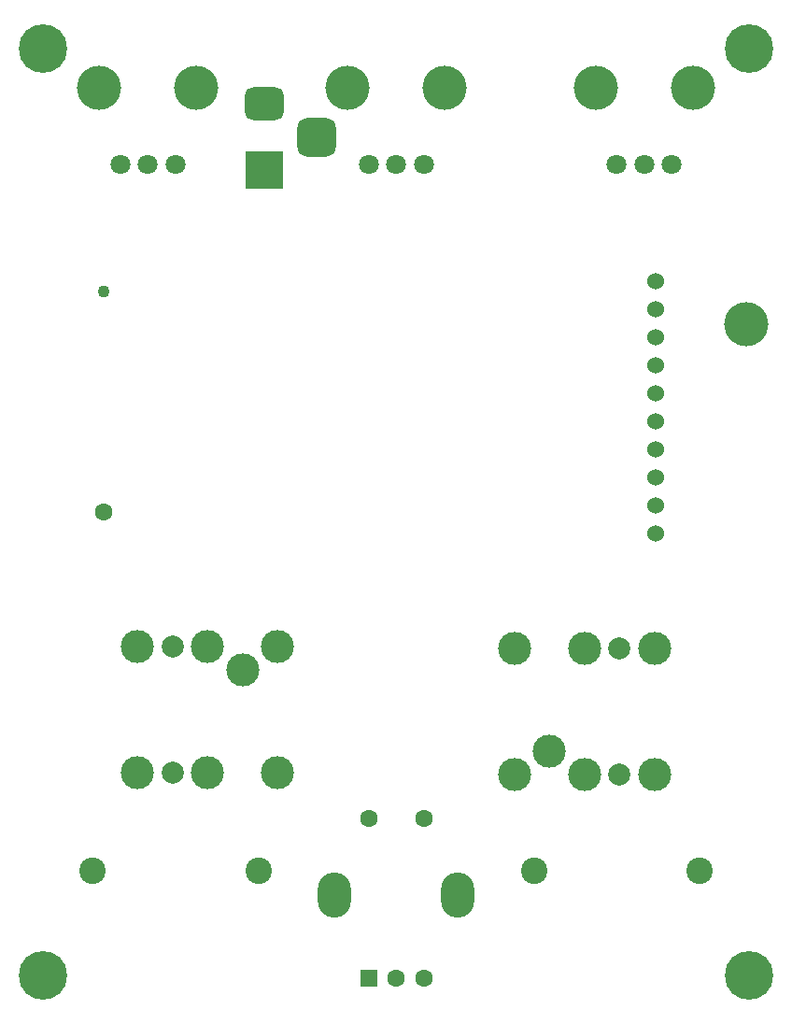
<source format=gbr>
%TF.GenerationSoftware,KiCad,Pcbnew,8.0.1*%
%TF.CreationDate,2024-04-21T18:31:03+02:00*%
%TF.ProjectId,Hypersonic_pedal_pcb,48797065-7273-46f6-9e69-635f70656461,rev?*%
%TF.SameCoordinates,Original*%
%TF.FileFunction,Soldermask,Top*%
%TF.FilePolarity,Negative*%
%FSLAX46Y46*%
G04 Gerber Fmt 4.6, Leading zero omitted, Abs format (unit mm)*
G04 Created by KiCad (PCBNEW 8.0.1) date 2024-04-21 18:31:03*
%MOMM*%
%LPD*%
G01*
G04 APERTURE LIST*
G04 Aperture macros list*
%AMRoundRect*
0 Rectangle with rounded corners*
0 $1 Rounding radius*
0 $2 $3 $4 $5 $6 $7 $8 $9 X,Y pos of 4 corners*
0 Add a 4 corners polygon primitive as box body*
4,1,4,$2,$3,$4,$5,$6,$7,$8,$9,$2,$3,0*
0 Add four circle primitives for the rounded corners*
1,1,$1+$1,$2,$3*
1,1,$1+$1,$4,$5*
1,1,$1+$1,$6,$7*
1,1,$1+$1,$8,$9*
0 Add four rect primitives between the rounded corners*
20,1,$1+$1,$2,$3,$4,$5,0*
20,1,$1+$1,$4,$5,$6,$7,0*
20,1,$1+$1,$6,$7,$8,$9,0*
20,1,$1+$1,$8,$9,$2,$3,0*%
G04 Aperture macros list end*
%ADD10C,3.000000*%
%ADD11C,2.000000*%
%ADD12C,1.100000*%
%ADD13C,1.600000*%
%ADD14C,4.000000*%
%ADD15RoundRect,0.250000X0.550000X-0.550000X0.550000X0.550000X-0.550000X0.550000X-0.550000X-0.550000X0*%
%ADD16O,3.000000X4.100000*%
%ADD17C,1.524000*%
%ADD18C,0.700000*%
%ADD19C,4.400000*%
%ADD20C,1.800000*%
%ADD21R,3.500000X3.500000*%
%ADD22RoundRect,0.750000X-1.000000X0.750000X-1.000000X-0.750000X1.000000X-0.750000X1.000000X0.750000X0*%
%ADD23RoundRect,0.875000X-0.875000X0.875000X-0.875000X-0.875000X0.875000X-0.875000X0.875000X0.875000X0*%
%ADD24C,2.400000*%
G04 APERTURE END LIST*
D10*
%TO.C,J3*%
X130150000Y-140155000D03*
D11*
X136500000Y-142285000D03*
X136500000Y-130855000D03*
D10*
X133350000Y-142285000D03*
X133350000Y-130855000D03*
X139700000Y-142285000D03*
X139700000Y-130855000D03*
X127000000Y-142285000D03*
X127000000Y-130855000D03*
%TD*%
%TO.C,J2*%
X102350000Y-132845000D03*
D11*
X96000000Y-130715000D03*
X96000000Y-142145000D03*
D10*
X99150000Y-130715000D03*
X99150000Y-142145000D03*
X92800000Y-130715000D03*
X92800000Y-142145000D03*
X105500000Y-130715000D03*
X105500000Y-142145000D03*
%TD*%
D12*
%TO.C,J1*%
X89765000Y-98500000D03*
D13*
X89765000Y-118500000D03*
D14*
X148015000Y-101500000D03*
%TD*%
D15*
%TO.C,SW1*%
X113750000Y-160750000D03*
D13*
X118750000Y-160750000D03*
X116250000Y-160750000D03*
X113750000Y-146250000D03*
X118750000Y-146250000D03*
D16*
X110650000Y-153250000D03*
X121850000Y-153250000D03*
%TD*%
D17*
%TO.C,J5*%
X139750000Y-97570000D03*
X139750000Y-100110000D03*
X139750000Y-102650000D03*
X139750000Y-105190000D03*
X139750000Y-107730000D03*
X139750000Y-110270000D03*
X139750000Y-112810000D03*
X139750000Y-115350000D03*
X139750000Y-117890000D03*
X139750000Y-120430000D03*
%TD*%
D18*
%TO.C,H4*%
X82600000Y-160500000D03*
X83083274Y-159333274D03*
X83083274Y-161666726D03*
X84250000Y-158850000D03*
D19*
X84250000Y-160500000D03*
D18*
X84250000Y-162150000D03*
X85416726Y-159333274D03*
X85416726Y-161666726D03*
X85900000Y-160500000D03*
%TD*%
%TO.C,H3*%
X146600000Y-160500000D03*
X147083274Y-159333274D03*
X147083274Y-161666726D03*
X148250000Y-158850000D03*
D19*
X148250000Y-160500000D03*
D18*
X148250000Y-162150000D03*
X149416726Y-159333274D03*
X149416726Y-161666726D03*
X149900000Y-160500000D03*
%TD*%
%TO.C,H2*%
X82600000Y-76500000D03*
X83083274Y-75333274D03*
X83083274Y-77666726D03*
X84250000Y-74850000D03*
D19*
X84250000Y-76500000D03*
D18*
X84250000Y-78150000D03*
X85416726Y-75333274D03*
X85416726Y-77666726D03*
X85900000Y-76500000D03*
%TD*%
%TO.C,H1*%
X146600000Y-76500000D03*
X147083274Y-75333274D03*
X147083274Y-77666726D03*
X148250000Y-74850000D03*
D19*
X148250000Y-76500000D03*
D18*
X148250000Y-78150000D03*
X149416726Y-75333274D03*
X149416726Y-77666726D03*
X149900000Y-76500000D03*
%TD*%
D14*
%TO.C,RV3*%
X134350000Y-80050000D03*
X143149999Y-80050000D03*
D20*
X141250000Y-87050000D03*
X138750000Y-87050000D03*
X136250000Y-87050000D03*
%TD*%
D14*
%TO.C,RV2*%
X111850000Y-80050000D03*
X120649999Y-80050000D03*
D20*
X118750000Y-87050000D03*
X116250000Y-87050000D03*
X113750000Y-87050000D03*
%TD*%
D14*
%TO.C,RV1*%
X89350000Y-80050000D03*
X98149999Y-80050000D03*
D20*
X96250000Y-87050000D03*
X93750000Y-87050000D03*
X91250000Y-87050000D03*
%TD*%
D21*
%TO.C,J4*%
X104333260Y-87523514D03*
D22*
X104333260Y-81523514D03*
D23*
X109033260Y-84523514D03*
%TD*%
D24*
%TO.C,C1*%
X128750000Y-151000000D03*
X143750000Y-151000000D03*
%TD*%
%TO.C,C2*%
X88750000Y-151000000D03*
X103750000Y-151000000D03*
%TD*%
M02*

</source>
